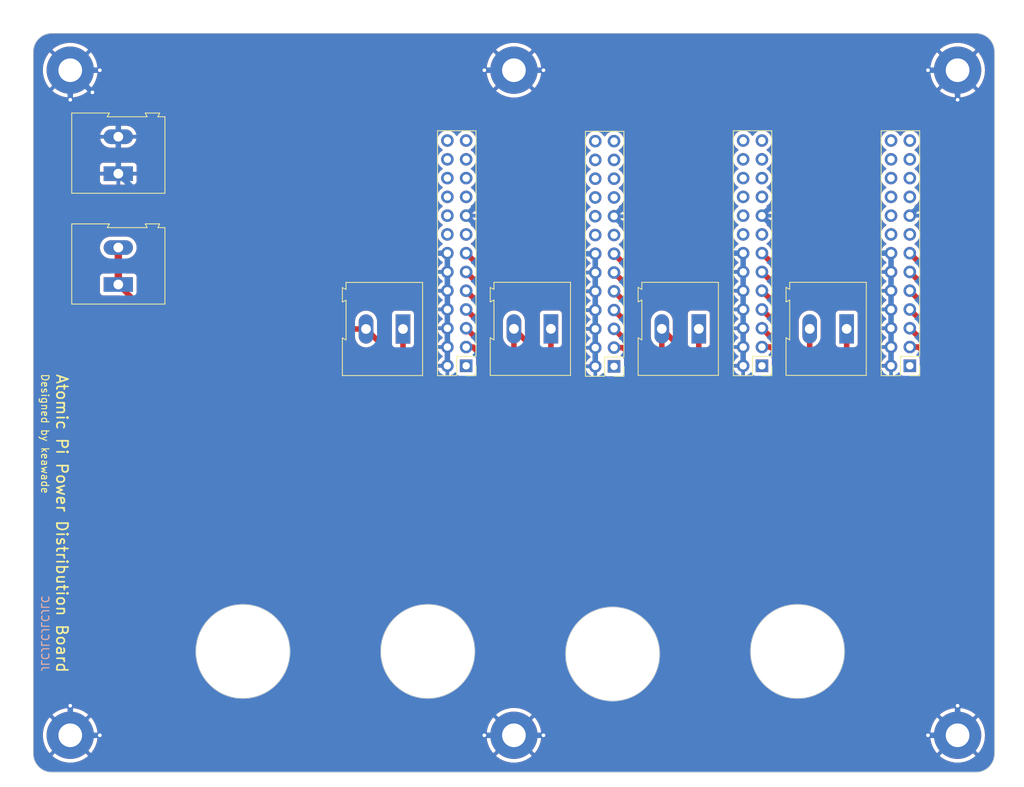
<source format=kicad_pcb>
(kicad_pcb (version 20221018) (generator pcbnew)
  (layers (0 "F.Cu" signal) (31 "B.Cu" signal) (34 "B.Paste" user) (35 "F.Paste" user) (36 "B.SilkS" user "B.Silkscreen") (37 "F.SilkS" user "F.Silkscreen") (38 "B.Mask" user) (39 "F.Mask" user) (44 "Edge.Cuts" user))
  (net 0 "")
  (net 2 "GND")
  (net 3 "Net-(J1-Pin_11)")
  (net 16 "Net-(J2-Pin_11)")
  (net 29 "Net-(J3-Pin_11)")
  (net 42 "Net-(J4-Pin_11)")
  (net 54 "+5V")
  (footprint "MountingHole:MountingHole_3.2mm_M3_Pad_TopBottom" (layer "F.Cu") (at 175 55)
    (fp_text reference "H5" hide)
    (fp_text value "MountingHole_Pad" hide)
    (pad "1" thru_hole circle (at 0 0) (size 3.6 3.6) (drill 3.2) (layers "*.Cu" "*.Mask") (net 2 "GND"))
    (pad "1" connect circle (at 0 0) (size 6.4 6.4) (layers "F.Cu" "F.Mask") (net 2 "GND"))
    (pad "1" connect circle (at 0 0) (size 6.4 6.4) (layers "B.Cu" "B.Mask") (net 2 "GND"))
  )
  (footprint "TerminalBlock:TerminalBlock_Altech_AK300-2_P5.00mm" (layer "F.Cu") (at 120 90 180)
    (fp_text reference "J7" hide)
    (fp_text value "Screw_Terminal_01x02" hide)
    (fp_line (start -2.65 -6.3) (end -2.65 6.3) (stroke (width 0.12)) (layer "F.SilkS"))
    (fp_line (start -2.65 6.3) (end 7.7 6.3) (stroke (width 0.12)) (layer "F.SilkS"))
    (fp_line (start 7.7 -1.5) (end 8.2 -1.2) (stroke (width 0.12)) (layer "F.SilkS"))
    (fp_line (start 7.7 3.9) (end 7.7 -1.5) (stroke (width 0.12)) (layer "F.SilkS"))
    (fp_line (start 7.7 5.35) (end 8.2 5.6) (stroke (width 0.12)) (layer "F.SilkS"))
    (fp_line (start 7.7 6.3) (end 7.7 5.35) (stroke (width 0.12)) (layer "F.SilkS"))
    (fp_line (start 8.2 -6.3) (end -2.65 -6.3) (stroke (width 0.12)) (layer "F.SilkS"))
    (fp_line (start 8.2 -1.2) (end 8.2 -6.3) (stroke (width 0.12)) (layer "F.SilkS"))
    (fp_line (start 8.2 3.65) (end 7.7 3.9) (stroke (width 0.12)) (layer "F.SilkS"))
    (fp_line (start 8.2 3.7) (end 8.2 3.65) (stroke (width 0.12)) (layer "F.SilkS"))
    (fp_line (start 8.2 5.6) (end 8.2 3.7) (stroke (width 0.12)) (layer "F.SilkS"))
    (pad "1" thru_hole rect (at 0 0 180) (size 1.98 3.96) (drill 1.32) (layers "*.Cu" "*.Mask") (net 29 "Net-(J3-Pin_11)"))
    (pad "2" thru_hole oval (at 5 0 180) (size 1.98 3.96) (drill 1.32) (layers "*.Cu" "*.Mask") (net 54 "+5V"))
  )
  (footprint "MountingHole:MountingHole_3.2mm_M3_Pad_TopBottom" (layer "F.Cu") (at 55 145)
    (fp_text reference "H2" hide)
    (fp_text value "MountingHole_Pad" hide)
    (pad "1" thru_hole circle (at 0 0) (size 3.6 3.6) (drill 3.2) (layers "*.Cu" "*.Mask") (net 2 "GND"))
    (pad "1" connect circle (at 0 0) (size 6.4 6.4) (layers "F.Cu" "F.Mask") (net 2 "GND"))
    (pad "1" connect circle (at 0 0) (size 6.4 6.4) (layers "B.Cu" "B.Mask") (net 2 "GND"))
  )
  (footprint "TerminalBlock:TerminalBlock_Altech_AK300-2_P5.00mm" (layer "F.Cu") (at 100 90.02 180)
    (fp_text reference "J8" hide)
    (fp_text value "Screw_Terminal_01x02" hide)
    (fp_line (start -2.65 -6.3) (end -2.65 6.3) (stroke (width 0.12)) (layer "F.SilkS"))
    (fp_line (start -2.65 6.3) (end 7.7 6.3) (stroke (width 0.12)) (layer "F.SilkS"))
    (fp_line (start 7.7 -1.5) (end 8.2 -1.2) (stroke (width 0.12)) (layer "F.SilkS"))
    (fp_line (start 7.7 3.9) (end 7.7 -1.5) (stroke (width 0.12)) (layer "F.SilkS"))
    (fp_line (start 7.7 5.35) (end 8.2 5.6) (stroke (width 0.12)) (layer "F.SilkS"))
    (fp_line (start 7.7 6.3) (end 7.7 5.35) (stroke (width 0.12)) (layer "F.SilkS"))
    (fp_line (start 8.2 -6.3) (end -2.65 -6.3) (stroke (width 0.12)) (layer "F.SilkS"))
    (fp_line (start 8.2 -1.2) (end 8.2 -6.3) (stroke (width 0.12)) (layer "F.SilkS"))
    (fp_line (start 8.2 3.65) (end 7.7 3.9) (stroke (width 0.12)) (layer "F.SilkS"))
    (fp_line (start 8.2 3.7) (end 8.2 3.65) (stroke (width 0.12)) (layer "F.SilkS"))
    (fp_line (start 8.2 5.6) (end 8.2 3.7) (stroke (width 0.12)) (layer "F.SilkS"))
    (pad "1" thru_hole rect (at 0 0 180) (size 1.98 3.96) (drill 1.32) (layers "*.Cu" "*.Mask") (net 42 "Net-(J4-Pin_11)"))
    (pad "2" thru_hole oval (at 5 0 180) (size 1.98 3.96) (drill 1.32) (layers "*.Cu" "*.Mask") (net 54 "+5V"))
  )
  (footprint "MountingHole:MountingHole_3.2mm_M3_Pad_TopBottom" (layer "F.Cu") (at 55 55)
    (fp_text reference "H1" hide)
    (fp_text value "MountingHole_Pad" hide)
    (pad "1" thru_hole circle (at 0 0) (size 3.6 3.6) (drill 3.2) (layers "*.Cu" "*.Mask") (net 2 "GND"))
    (pad "1" connect circle (at 0 0) (size 6.4 6.4) (layers "F.Cu" "F.Mask") (net 2 "GND"))
    (pad "1" connect circle (at 0 0) (size 6.4 6.4) (layers "B.Cu" "B.Mask") (net 2 "GND"))
  )
  (footprint "Connector_PinHeader_2.54mm:PinHeader_2x13_P2.54mm_Vertical" (layer "F.Cu") (at 108.54 95 180)
    (fp_text reference "J4" hide)
    (fp_text value "Conn_02x13_Odd_Even" hide)
    (fp_line (start -1.33 -1.33) (end 0 -1.33) (stroke (width 0.12)) (layer "F.SilkS"))
    (fp_line (start -1.33 0) (end -1.33 -1.33) (stroke (width 0.12)) (layer "F.SilkS"))
    (fp_line (start -1.33 1.27) (end -1.33 31.81) (stroke (width 0.12)) (layer "F.SilkS"))
    (fp_line (start -1.33 1.27) (end 1.27 1.27) (stroke (width 0.12)) (layer "F.SilkS"))
    (fp_line (start -1.33 31.81) (end 3.87 31.81) (stroke (width 0.12)) (layer "F.SilkS"))
    (fp_line (start 1.27 -1.33) (end 3.87 -1.33) (stroke (width 0.12)) (layer "F.SilkS"))
    (fp_line (start 1.27 1.27) (end 1.27 -1.33) (stroke (width 0.12)) (layer "F.SilkS"))
    (fp_line (start 3.87 -1.33) (end 3.87 31.81) (stroke (width 0.12)) (layer "F.SilkS"))
    (pad "1" thru_hole rect (at 0 0 180) (size 1.7 1.7) (drill 1) (layers "*.Cu" "*.Mask"))
    (pad "2" thru_hole oval (at 2.54 0 180) (size 1.7 1.7) (drill 1) (layers "*.Cu" "*.Mask") (net 2 "GND"))
    (pad "3" thru_hole oval (at 0 2.54 180) (size 1.7 1.7) (drill 1) (layers "*.Cu" "*.Mask") (net 42 "Net-(J4-Pin_11)"))
    (pad "4" thru_hole oval (at 2.54 2.54 180) (size 1.7 1.7) (drill 1) (layers "*.Cu" "*.Mask") (net 2 "GND"))
    (pad "5" thru_hole oval (at 0 5.08 180) (size 1.7 1.7) (drill 1) (layers "*.Cu" "*.Mask") (net 42 "Net-(J4-Pin_11)"))
    (pad "6" thru_hole oval (at 2.54 5.08 180) (size 1.7 1.7) (drill 1) (layers "*.Cu" "*.Mask") (net 2 "GND"))
    (pad "7" thru_hole oval (at 0 7.62 180) (size 1.7 1.7) (drill 1) (layers "*.Cu" "*.Mask") (net 42 "Net-(J4-Pin_11)"))
    (pad "8" thru_hole oval (at 2.54 7.62 180) (size 1.7 1.7) (drill 1) (layers "*.Cu" "*.Mask") (net 2 "GND"))
    (pad "9" thru_hole oval (at 0 10.16 180) (size 1.7 1.7) (drill 1) (layers "*.Cu" "*.Mask") (net 42 "Net-(J4-Pin_11)"))
    (pad "10" thru_hole oval (at 2.54 10.16 180) (size 1.7 1.7) (drill 1) (layers "*.Cu" "*.Mask") (net 2 "GND"))
    (pad "11" thru_hole oval (at 0 12.7 180) (size 1.7 1.7) (drill 1) (layers "*.Cu" "*.Mask") (net 42 "Net-(J4-Pin_11)"))
    (pad "12" thru_hole oval (at 2.54 12.7 180) (size 1.7 1.7) (drill 1) (layers "*.Cu" "*.Mask") (net 2 "GND"))
    (pad "13" thru_hole oval (at 0 15.24 180) (size 1.7 1.7) (drill 1) (layers "*.Cu" "*.Mask") (net 42 "Net-(J4-Pin_11)"))
    (pad "14" thru_hole oval (at 2.54 15.24 180) (size 1.7 1.7) (drill 1) (layers "*.Cu" "*.Mask") (net 2 "GND"))
    (pad "15" thru_hole oval (at 0 17.78 180) (size 1.7 1.7) (drill 1) (layers "*.Cu" "*.Mask"))
    (pad "16" thru_hole oval (at 2.54 17.78 180) (size 1.7 1.7) (drill 1) (layers "*.Cu" "*.Mask"))
    (pad "17" thru_hole oval (at 0 20.32 180) (size 1.7 1.7) (drill 1) (layers "*.Cu" "*.Mask") (net 2 "GND"))
    (pad "18" thru_hole oval (at 2.54 20.32 180) (size 1.7 1.7) (drill 1) (layers "*.Cu" "*.Mask"))
    (pad "19" thru_hole oval (at 0 22.86 180) (size 1.7 1.7) (drill 1) (layers "*.Cu" "*.Mask"))
    (pad "20" thru_hole oval (at 2.54 22.86 180) (size 1.7 1.7) (drill 1) (layers "*.Cu" "*.Mask"))
    (pad "21" thru_hole oval (at 0 25.4 180) (size 1.7 1.7) (drill 1) (layers "*.Cu" "*.Mask"))
    (pad "22" thru_hole oval (at 2.54 25.4 180) (size 1.7 1.7) (drill 1) (layers "*.Cu" "*.Mask"))
    (pad "23" thru_hole oval (at 0 27.94 180) (size 1.7 1.7) (drill 1) (layers "*.Cu" "*.Mask"))
    (pad "24" thru_hole oval (at 2.54 27.94 180) (size 1.7 1.7) (drill 1) (layers "*.Cu" "*.Mask"))
    (pad "25" thru_hole oval (at 0 30.48 180) (size 1.7 1.7) (drill 1) (layers "*.Cu" "*.Mask"))
    (pad "26" thru_hole oval (at 2.54 30.48 180) (size 1.7 1.7) (drill 1) (layers "*.Cu" "*.Mask"))
  )
  (footprint "Connector_PinHeader_2.54mm:PinHeader_2x13_P2.54mm_Vertical" (layer "F.Cu") (at 148.54 95 180)
    (fp_text reference "J2" hide)
    (fp_text value "Conn_02x13_Odd_Even" hide)
    (fp_line (start -1.33 -1.33) (end 0 -1.33) (stroke (width 0.12)) (layer "F.SilkS"))
    (fp_line (start -1.33 0) (end -1.33 -1.33) (stroke (width 0.12)) (layer "F.SilkS"))
    (fp_line (start -1.33 1.27) (end -1.33 31.81) (stroke (width 0.12)) (layer "F.SilkS"))
    (fp_line (start -1.33 1.27) (end 1.27 1.27) (stroke (width 0.12)) (layer "F.SilkS"))
    (fp_line (start -1.33 31.81) (end 3.87 31.81) (stroke (width 0.12)) (layer "F.SilkS"))
    (fp_line (start 1.27 -1.33) (end 3.87 -1.33) (stroke (width 0.12)) (layer "F.SilkS"))
    (fp_line (start 1.27 1.27) (end 1.27 -1.33) (stroke (width 0.12)) (layer "F.SilkS"))
    (fp_line (start 3.87 -1.33) (end 3.87 31.81) (stroke (width 0.12)) (layer "F.SilkS"))
    (pad "1" thru_hole rect (at 0 0 180) (size 1.7 1.7) (drill 1) (layers "*.Cu" "*.Mask"))
    (pad "2" thru_hole oval (at 2.54 0 180) (size 1.7 1.7) (drill 1) (layers "*.Cu" "*.Mask") (net 2 "GND"))
    (pad "3" thru_hole oval (at 0 2.54 180) (size 1.7 1.7) (drill 1) (layers "*.Cu" "*.Mask") (net 16 "Net-(J2-Pin_11)"))
    (pad "4" thru_hole oval (at 2.54 2.54 180) (size 1.7 1.7) (drill 1) (layers "*.Cu" "*.Mask") (net 2 "GND"))
    (pad "5" thru_hole oval (at 0 5.08 180) (size 1.7 1.7) (drill 1) (layers "*.Cu" "*.Mask") (net 16 "Net-(J2-Pin_11)"))
    (pad "6" thru_hole oval (at 2.54 5.08 180) (size 1.7 1.7) (drill 1) (layers "*.Cu" "*.Mask") (net 2 "GND"))
    (pad "7" thru_hole oval (at 0 7.62 180) (size 1.7 1.7) (drill 1) (layers "*.Cu" "*.Mask") (net 16 "Net-(J2-Pin_11)"))
    (pad "8" thru_hole oval (at 2.54 7.62 180) (size 1.7 1.7) (drill 1) (layers "*.Cu" "*.Mask") (net 2 "GND"))
    (pad "9" thru_hole oval (at 0 10.16 180) (size 1.7 1.7) (drill 1) (layers "*.Cu" "*.Mask") (net 16 "Net-(J2-Pin_11)"))
    (pad "10" thru_hole oval (at 2.54 10.16 180) (size 1.7 1.7) (drill 1) (layers "*.Cu" "*.Mask") (net 2 "GND"))
    (pad "11" thru_hole oval (at 0 12.7 180) (size 1.7 1.7) (drill 1) (layers "*.Cu" "*.Mask") (net 16 "Net-(J2-Pin_11)"))
    (pad "12" thru_hole oval (at 2.54 12.7 180) (size 1.7 1.7) (drill 1) (layers "*.Cu" "*.Mask") (net 2 "GND"))
    (pad "13" thru_hole oval (at 0 15.24 180) (size 1.7 1.7) (drill 1) (layers "*.Cu" "*.Mask") (net 16 "Net-(J2-Pin_11)"))
    (pad "14" thru_hole oval (at 2.54 15.24 180) (size 1.7 1.7) (drill 1) (layers "*.Cu" "*.Mask") (net 2 "GND"))
    (pad "15" thru_hole oval (at 0 17.78 180) (size 1.7 1.7) (drill 1) (layers "*.Cu" "*.Mask"))
    (pad "16" thru_hole oval (at 2.54 17.78 180) (size 1.7 1.7) (drill 1) (layers "*.Cu" "*.Mask"))
    (pad "17" thru_hole oval (at 0 20.32 180) (size 1.7 1.7) (drill 1) (layers "*.Cu" "*.Mask") (net 2 "GND"))
    (pad "18" thru_hole oval (at 2.54 20.32 180) (size 1.7 1.7) (drill 1) (layers "*.Cu" "*.Mask"))
    (pad "19" thru_hole oval (at 0 22.86 180) (size 1.7 1.7) (drill 1) (layers "*.Cu" "*.Mask"))
    (pad "20" thru_hole oval (at 2.54 22.86 180) (size 1.7 1.7) (drill 1) (layers "*.Cu" "*.Mask"))
    (pad "21" thru_hole oval (at 0 25.4 180) (size 1.7 1.7) (drill 1) (layers "*.Cu" "*.Mask"))
    (pad "22" thru_hole oval (at 2.54 25.4 180) (size 1.7 1.7) (drill 1) (layers "*.Cu" "*.Mask"))
    (pad "23" thru_hole oval (at 0 27.94 180) (size 1.7 1.7) (drill 1) (layers "*.Cu" "*.Mask"))
    (pad "24" thru_hole oval (at 2.54 27.94 180) (size 1.7 1.7) (drill 1) (layers "*.Cu" "*.Mask"))
    (pad "25" thru_hole oval (at 0 30.48 180) (size 1.7 1.7) (drill 1) (layers "*.Cu" "*.Mask"))
    (pad "26" thru_hole oval (at 2.54 30.48 180) (size 1.7 1.7) (drill 1) (layers "*.Cu" "*.Mask"))
  )
  (footprint "TerminalBlock:TerminalBlock_Altech_AK300-2_P5.00mm" (layer "F.Cu") (at 61.5 69 90)
    (fp_text reference "J10" hide)
    (fp_text value "Screw_Terminal_01x02" hide)
    (fp_line (start -2.65 -6.3) (end -2.65 6.3) (stroke (width 0.12)) (layer "F.SilkS"))
    (fp_line (start -2.65 6.3) (end 7.7 6.3) (stroke (width 0.12)) (layer "F.SilkS"))
    (fp_line (start 7.7 -1.5) (end 8.2 -1.2) (stroke (width 0.12)) (layer "F.SilkS"))
    (fp_line (start 7.7 3.9) (end 7.7 -1.5) (stroke (width 0.12)) (layer "F.SilkS"))
    (fp_line (start 7.7 5.35) (end 8.2 5.6) (stroke (width 0.12)) (layer "F.SilkS"))
    (fp_line (start 7.7 6.3) (end 7.7 5.35) (stroke (width 0.12)) (layer "F.SilkS"))
    (fp_line (start 8.2 -6.3) (end -2.65 -6.3) (stroke (width 0.12)) (layer "F.SilkS"))
    (fp_line (start 8.2 -1.2) (end 8.2 -6.3) (stroke (width 0.12)) (layer "F.SilkS"))
    (fp_line (start 8.2 3.65) (end 7.7 3.9) (stroke (width 0.12)) (layer "F.SilkS"))
    (fp_line (start 8.2 3.7) (end 8.2 3.65) (stroke (width 0.12)) (layer "F.SilkS"))
    (fp_line (start 8.2 5.6) (end 8.2 3.7) (stroke (width 0.12)) (layer "F.SilkS"))
    (pad "1" thru_hole rect (at 0 0 90) (size 1.98 3.96) (drill 1.32) (layers "*.Cu" "*.Mask") (net 2 "GND"))
    (pad "2" thru_hole oval (at 5 0 90) (size 1.98 3.96) (drill 1.32) (layers "*.Cu" "*.Mask") (net 2 "GND"))
  )
  (footprint "Connector_PinHeader_2.54mm:PinHeader_2x13_P2.54mm_Vertical" (layer "F.Cu") (at 168.54 95 180)
    (fp_text reference "J1" hide)
    (fp_text value "Conn_02x13_Odd_Even" hide)
    (fp_line (start -1.33 -1.33) (end 0 -1.33) (stroke (width 0.12)) (layer "F.SilkS"))
    (fp_line (start -1.33 0) (end -1.33 -1.33) (stroke (width 0.12)) (layer "F.SilkS"))
    (fp_line (start -1.33 1.27) (end -1.33 31.81) (stroke (width 0.12)) (layer "F.SilkS"))
    (fp_line (start -1.33 1.27) (end 1.27 1.27) (stroke (width 0.12)) (layer "F.SilkS"))
    (fp_line (start -1.33 31.81) (end 3.87 31.81) (stroke (width 0.12)) (layer "F.SilkS"))
    (fp_line (start 1.27 -1.33) (end 3.87 -1.33) (stroke (width 0.12)) (layer "F.SilkS"))
    (fp_line (start 1.27 1.27) (end 1.27 -1.33) (stroke (width 0.12)) (layer "F.SilkS"))
    (fp_line (start 3.87 -1.33) (end 3.87 31.81) (stroke (width 0.12)) (layer "F.SilkS"))
    (pad "1" thru_hole rect (at 0 0 180) (size 1.7 1.7) (drill 1) (layers "*.Cu" "*.Mask"))
    (pad "2" thru_hole oval (at 2.54 0 180) (size 1.7 1.7) (drill 1) (layers "*.Cu" "*.Mask") (net 2 "GND"))
    (pad "3" thru_hole oval (at 0 2.54 180) (size 1.7 1.7) (drill 1) (layers "*.Cu" "*.Mask") (net 3 "Net-(J1-Pin_11)"))
    (pad "4" thru_hole oval (at 2.54 2.54 180) (size 1.7 1.7) (drill 1) (layers "*.Cu" "*.Mask") (net 2 "GND"))
    (pad "5" thru_hole oval (at 0 5.08 180) (size 1.7 1.7) (drill 1) (layers "*.Cu" "*.Mask") (net 3 "Net-(J1-Pin_11)"))
    (pad "6" thru_hole oval (at 2.54 5.08 180) (size 1.7 1.7) (drill 1) (layers "*.Cu" "*.Mask") (net 2 "GND"))
    (pad "7" thru_hole oval (at 0 7.62 180) (size 1.7 1.7) (drill 1) (layers "*.Cu" "*.Mask") (net 3 "Net-(J1-Pin_11)"))
    (pad "8" thru_hole oval (at 2.54 7.62 180) (size 1.7 1.7) (drill 1) (layers "*.Cu" "*.Mask") (net 2 "GND"))
    (pad "9" thru_hole oval (at 0 10.16 180) (size 1.7 1.7) (drill 1) (layers "*.Cu" "*.Mask") (net 3 "Net-(J1-Pin_11)"))
    (pad "10" thru_hole oval (at 2.54 10.16 180) (size 1.7 1.7) (drill 1) (layers "*.Cu" "*.Mask") (net 2 "GND"))
    (pad "11" thru_hole oval (at 0 12.7 180) (size 1.7 1.7) (drill 1) (layers "*.Cu" "*.Mask") (net 3 "Net-(J1-Pin_11)"))
    (pad "12" thru_hole oval (at 2.54 12.7 180) (size 1.7 1.7) (drill 1) (layers "*.Cu" "*.Mask") (net 2 "GND"))
    (pad "13" thru_hole oval (at 0 15.24 180) (size 1.7 1.7) (drill 1) (layers "*.Cu" "*.Mask") (net 3 "Net-(J1-Pin_11)"))
    (pad "14" thru_hole oval (at 2.54 15.24 180) (size 1.7 1.7) (drill 1) (layers "*.Cu" "*.Mask") (net 2 "GND"))
    (pad "15" thru_hole oval (at 0 17.78 180) (size 1.7 1.7) (drill 1) (layers "*.Cu" "*.Mask"))
    (pad "16" thru_hole oval (at 2.54 17.78 180) (size 1.7 1.7) (drill 1) (layers "*.Cu" "*.Mask"))
    (pad "17" thru_hole oval (at 0 20.32 180) (size 1.7 1.7) (drill 1) (layers "*.Cu" "*.Mask") (net 2 "GND"))
    (pad "18" thru_hole oval (at 2.54 20.32 180) (size 1.7 1.7) (drill 1) (layers "*.Cu" "*.Mask"))
    (pad "19" thru_hole oval (at 0 22.86 180) (size 1.7 1.7) (drill 1) (layers "*.Cu" "*.Mask"))
    (pad "20" thru_hole oval (at 2.54 22.86 180) (size 1.7 1.7) (drill 1) (layers "*.Cu" "*.Mask"))
    (pad "21" thru_hole oval (at 0 25.4 180) (size 1.7 1.7) (drill 1) (layers "*.Cu" "*.Mask"))
    (pad "22" thru_hole oval (at 2.54 25.4 180) (size 1.7 1.7) (drill 1) (layers "*.Cu" "*.Mask"))
    (pad "23" thru_hole oval (at 0 27.94 180) (size 1.7 1.7) (drill 1) (layers "*.Cu" "*.Mask"))
    (pad "24" thru_hole oval (at 2.54 27.94 180) (size 1.7 1.7) (drill 1) (layers "*.Cu" "*.Mask"))
    (pad "25" thru_hole oval (at 0 30.48 180) (size 1.7 1.7) (drill 1) (layers "*.Cu" "*.Mask"))
    (pad "26" thru_hole oval (at 2.54 30.48 180) (size 1.7 1.7) (drill 1) (layers "*.Cu" "*.Mask"))
  )
  (footprint "TerminalBlock:TerminalBlock_Altech_AK300-2_P5.00mm" (layer "F.Cu") (at 140 90 180)
    (fp_text reference "J6" hide)
    (fp_text value "Screw_Terminal_01x02" hide)
    (fp_line (start -2.65 -6.3) (end -2.65 6.3) (stroke (width 0.12)) (layer "F.SilkS"))
    (fp_line (start -2.65 6.3) (end 7.7 6.3) (stroke (width 0.12)) (layer "F.SilkS"))
    (fp_line (start 7.7 -1.5) (end 8.2 -1.2) (stroke (width 0.12)) (layer "F.SilkS"))
    (fp_line (start 7.7 3.9) (end 7.7 -1.5) (stroke (width 0.12)) (layer "F.SilkS"))
    (fp_line (start 7.7 5.35) (end 8.2 5.6) (stroke (width 0.12)) (layer "F.SilkS"))
    (fp_line (start 7.7 6.3) (end 7.7 5.35) (stroke (width 0.12)) (layer "F.SilkS"))
    (fp_line (start 8.2 -6.3) (end -2.65 -6.3) (stroke (width 0.12)) (layer "F.SilkS"))
    (fp_line (start 8.2 -1.2) (end 8.2 -6.3) (stroke (width 0.12)) (layer "F.SilkS"))
    (fp_line (start 8.2 3.65) (end 7.7 3.9) (stroke (width 0.12)) (layer "F.SilkS"))
    (fp_line (start 8.2 3.7) (end 8.2 3.65) (stroke (width 0.12)) (layer "F.SilkS"))
    (fp_line (start 8.2 5.6) (end 8.2 3.7) (stroke (width 0.12)) (layer "F.SilkS"))
    (pad "1" thru_hole rect (at 0 0 180) (size 1.98 3.96) (drill 1.32) (layers "*.Cu" "*.Mask") (net 16 "Net-(J2-Pin_11)"))
    (pad "2" thru_hole oval (at 5 0 180) (size 1.98 3.96) (drill 1.32) (layers "*.Cu" "*.Mask") (net 54 "+5V"))
  )
  (footprint "TerminalBlock:TerminalBlock_Altech_AK300-2_P5.00mm" (layer "F.Cu") (at 61.5 84 90)
    (fp_text reference "J9" hide)
    (fp_text value "Screw_Terminal_01x02" hide)
    (fp_line (start -2.65 -6.3) (end -2.65 6.3) (stroke (width 0.12)) (layer "F.SilkS"))
    (fp_line (start -2.65 6.3) (end 7.7 6.3) (stroke (width 0.12)) (layer "F.SilkS"))
    (fp_line (start 7.7 -1.5) (end 8.2 -1.2) (stroke (width 0.12)) (layer "F.SilkS"))
    (fp_line (start 7.7 3.9) (end 7.7 -1.5) (stroke (width 0.12)) (layer "F.SilkS"))
    (fp_line (start 7.7 5.35) (end 8.2 5.6) (stroke (width 0.12)) (layer "F.SilkS"))
    (fp_line (start 7.7 6.3) (end 7.7 5.35) (stroke (width 0.12)) (layer "F.SilkS"))
    (fp_line (start 8.2 -6.3) (end -2.65 -6.3) (stroke (width 0.12)) (layer "F.SilkS"))
    (fp_line (start 8.2 -1.2) (end 8.2 -6.3) (stroke (width 0.12)) (layer "F.SilkS"))
    (fp_line (start 8.2 3.65) (end 7.7 3.9) (stroke (width 0.12)) (layer "F.SilkS"))
    (fp_line (start 8.2 3.7) (end 8.2 3.65) (stroke (width 0.12)) (layer "F.SilkS"))
    (fp_line (start 8.2 5.6) (end 8.2 3.7) (stroke (width 0.12)) (layer "F.SilkS"))
    (pad "1" thru_hole rect (at 0 0 90) (size 1.98 3.96) (drill 1.32) (layers "*.Cu" "*.Mask") (net 54 "+5V"))
    (pad "2" thru_hole oval (at 5 0 90) (size 1.98 3.96) (drill 1.32) (layers "*.Cu" "*.Mask") (net 54 "+5V"))
  )
  (footprint "Connector_PinHeader_2.54mm:PinHeader_2x13_P2.54mm_Vertical" (layer "F.Cu") (at 128.54 95.08 180)
    (fp_text reference "J3" hide)
    (fp_text value "Conn_02x13_Odd_Even" hide)
    (fp_line (start -1.33 -1.33) (end 0 -1.33) (stroke (width 0.12)) (layer "F.SilkS"))
    (fp_line (start -1.33 0) (end -1.33 -1.33) (stroke (width 0.12)) (layer "F.SilkS"))
    (fp_line (start -1.33 1.27) (end -1.33 31.81) (stroke (width 0.12)) (layer "F.SilkS"))
    (fp_line (start -1.33 1.27) (end 1.27 1.27) (stroke (width 0.12)) (layer "F.SilkS"))
    (fp_line (start -1.33 31.81) (end 3.87 31.81) (stroke (width 0.12)) (layer "F.SilkS"))
    (fp_line (start 1.27 -1.33) (end 3.87 -1.33) (stroke (width 0.12)) (layer "F.SilkS"))
    (fp_line (start 1.27 1.27) (end 1.27 -1.33) (stroke (width 0.12)) (layer "F.SilkS"))
    (fp_line (start 3.87 -1.33) (end 3.87 31.81) (stroke (width 0.12)) (layer "F.SilkS"))
    (pad "1" thru_hole rect (at 0 0 180) (size 1.7 1.7) (drill 1) (layers "*.Cu" "*.Mask"))
    (pad "2" thru_hole oval (at 2.54 0 180) (size 1.7 1.7) (drill 1) (layers "*.Cu" "*.Mask") (net 2 "GND"))
    (pad "3" thru_hole oval (at 0 2.54 180) (size 1.7 1.7) (drill 1) (layers "*.Cu" "*.Mask") (net 29 "Net-(J3-Pin_11)"))
    (pad "4" thru_hole oval (at 2.54 2.54 180) (size 1.7 1.7) (drill 1) (layers "*.Cu" "*.Mask") (net 2 "GND"))
    (pad "5" thru_hole oval (at 0 5.08 180) (size 1.7 1.7) (drill 1) (layers "*.Cu" "*.Mask") (net 29 "Net-(J3-Pin_11)"))
    (pad "6" thru_hole oval (at 2.54 5.08 180) (size 1.7 1.7) (drill 1) (layers "*.Cu" "*.Mask") (net 2 "GND"))
    (pad "7" thru_hole oval (at 0 7.62 180) (size 1.7 1.7) (drill 1) (layers "*.Cu" "*.Mask") (net 29 "Net-(J3-Pin_11)"))
    (pad "8" thru_hole oval (at 2.54 7.62 180) (size 1.7 1.7) (drill 1) (layers "*.Cu" "*.Mask") (net 2 "GND"))
    (pad "9" thru_hole oval (at 0 10.16 180) (size 1.7 1.7) (drill 1) (layers "*.Cu" "*.Mask") (net 29 "Net-(J3-Pin_11)"))
    (pad "10" thru_hole oval (at 2.54 10.16 180) (size 1.7 1.7) (drill 1) (layers "*.Cu" "*.Mask") (net 2 "GND"))
    (pad "11" thru_hole oval (at 0 12.7 180) (size 1.7 1.7) (drill 1) (layers "*.Cu" "*.Mask") (net 29 "Net-(J3-Pin_11)"))
    (pad "12" thru_hole oval (at 2.54 12.7 180) (size 1.7 1.7) (drill 1) (layers "*.Cu" "*.Mask") (net 2 "GND"))
    (pad "13" thru_hole oval (at 0 15.24 180) (size 1.7 1.7) (drill 1) (layers "*.Cu" "*.Mask") (net 29 "Net-(J3-Pin_11)"))
    (pad "14" thru_hole oval (at 2.54 15.24 180) (size 1.7 1.7) (drill 1) (layers "*.Cu" "*.Mask") (net 2 "GND"))
    (pad "15" thru_hole oval (at 0 17.78 180) (size 1.7 1.7) (drill 1) (layers "*.Cu" "*.Mask"))
    (pad "16" thru_hole oval (at 2.54 17.78 180) (size 1.7 1.7) (drill 1) (layers "*.Cu" "*.Mask"))
    (pad "17" thru_hole oval (at 0 20.32 180) (size 1.7 1.7) (drill 1) (layers "*.Cu" "*.Mask") (net 2 "GND"))
    (pad "18" thru_hole oval (at 2.54 20.32 180) (size 1.7 1.7) (drill 1) (layers "*.Cu" "*.Mask"))
    (pad "19" thru_hole oval (at 0 22.86 180) (size 1.7 1.7) (drill 1) (layers "*.Cu" "*.Mask"))
    (pad "20" thru_hole oval (at 2.54 22.86 180) (size 1.7 1.7) (drill 1) (layers "*.Cu" "*.Mask"))
    (pad "21" thru_hole oval (at 0 25.4 180) (size 1.7 1.7) (drill 1) (layers "*.Cu" "*.Mask"))
    (pad "22" thru_hole oval (at 2.54 25.4 180) (size 1.7 1.7) (drill 1) (layers "*.Cu" "*.Mask"))
    (pad "23" thru_hole oval (at 0 27.94 180) (size 1.7 1.7) (drill 1) (layers "*.Cu" "*.Mask"))
    (pad "24" thru_hole oval (at 2.54 27.94 180) (size 1.7 1.7) (drill 1) (layers "*.Cu" "*.Mask"))
    (pad "25" thru_hole oval (at 0 30.48 180) (size 1.7 1.7) (drill 1) (layers "*.Cu" "*.Mask"))
    (pad "26" thru_hole oval (at 2.54 30.48 180) (size 1.7 1.7) (drill 1) (layers "*.Cu" "*.Mask"))
  )
  (footprint "MountingHole:MountingHole_3.2mm_M3_Pad_TopBottom" (layer "F.Cu") (at 175 145)
    (fp_text reference "H6" hide)
    (fp_text value "MountingHole_Pad" hide)
    (pad "1" thru_hole circle (at 0 0) (size 3.6 3.6) (drill 3.2) (layers "*.Cu" "*.Mask") (net 2 "GND"))
    (pad "1" connect circle (at 0 0) (size 6.4 6.4) (layers "F.Cu" "F.Mask") (net 2 "GND"))
    (pad "1" connect circle (at 0 0) (size 6.4 6.4) (layers "B.Cu" "B.Mask") (net 2 "GND"))
  )
  (footprint "MountingHole:MountingHole_3.2mm_M3_Pad_TopBottom" (layer "F.Cu") (at 115 145)
    (fp_text reference "H4" hide)
    (fp_text value "MountingHole_Pad" hide)
    (pad "1" thru_hole circle (at 0 0) (size 3.6 3.6) (drill 3.2) (layers "*.Cu" "*.Mask") (net 2 "GND"))
    (pad "1" connect circle (at 0 0) (size 6.4 6.4) (layers "F.Cu" "F.Mask") (net 2 "GND"))
    (pad "1" connect circle (at 0 0) (size 6.4 6.4) (layers "B.Cu" "B.Mask") (net 2 "GND"))
  )
  (footprint "TerminalBlock:TerminalBlock_Altech_AK300-2_P5.00mm" (layer "F.Cu") (at 160 90 180)
    (fp_text reference "J5" hide)
    (fp_text value "Screw_Terminal_01x02" hide)
    (fp_line (start -2.65 -6.3) (end -2.65 6.3) (stroke (width 0.12)) (layer "F.SilkS"))
    (fp_line (start -2.65 6.3) (end 7.7 6.3) (stroke (width 0.12)) (layer "F.SilkS"))
    (fp_line (start 7.7 -1.5) (end 8.2 -1.2) (stroke (width 0.12)) (layer "F.SilkS"))
    (fp_line (start 7.7 3.9) (end 7.7 -1.5) (stroke (width 0.12)) (layer "F.SilkS"))
    (fp_line (start 7.7 5.35) (end 8.2 5.6) (stroke (width 0.12)) (layer "F.SilkS"))
    (fp_line (start 7.7 6.3) (end 7.7 5.35) (stroke (width 0.12)) (layer "F.SilkS"))
    (fp_line (start 8.2 -6.3) (end -2.65 -6.3) (stroke (width 0.12)) (layer "F.SilkS"))
    (fp_line (start 8.2 -1.2) (end 8.2 -6.3) (stroke (width 0.12)) (layer "F.SilkS"))
    (fp_line (start 8.2 3.65) (end 7.7 3.9) (stroke (width 0.12)) (layer "F.SilkS"))
    (fp_line (start 8.2 3.7) (end 8.2 3.65) (stroke (width 0.12)) (layer "F.SilkS"))
    (fp_line (start 8.2 5.6) (end 8.2 3.7) (stroke (width 0.12)) (layer "F.SilkS"))
    (pad "1" thru_hole rect (at 0 0 180) (size 1.98 3.96) (drill 1.32) (layers "*.Cu" "*.Mask") (net 3 "Net-(J1-Pin_11)"))
    (pad "2" thru_hole oval (at 5 0 180) (size 1.98 3.96) (drill 1.32) (layers "*.Cu" "*.Mask") (net 54 "+5V"))
  )
  (footprint "MountingHole:MountingHole_3.2mm_M3_Pad_TopBottom" (layer "F.Cu") (at 115 55)
    (fp_text reference "H3" hide)
    (fp_text value "MountingHole_Pad" hide)
    (pad "1" thru_hole circle (at 0 0) (size 3.6 3.6) (drill 3.2) (layers "*.Cu" "*.Mask") (net 2 "GND"))
    (pad "1" connect circle (at 0 0) (size 6.4 6.4) (layers "F.Cu" "F.Mask") (net 2 "GND"))
    (pad "1" connect circle (at 0 0) (size 6.4 6.4) (layers "B.Cu" "B.Mask") (net 2 "GND"))
  )
  (gr_arc (start 180 147.5) (mid 179.267767 149.267767) (end 177.5 150) (stroke (width 0.1)) (layer "Edge.Cuts"))
  (gr_line (start 177.5 50) (end 52.5 50) (stroke (width 0.1)) (layer "Edge.Cuts"))
  (gr_circle (center 153.35 133.65) (end 159.7 133.65) (stroke (width 0.1)) (fill none) (layer "Edge.Cuts"))
  (gr_line (start 180 147.5) (end 180 52.5) (stroke (width 0.1)) (layer "Edge.Cuts"))
  (gr_arc (start 52.5 150) (mid 50.732233 149.267767) (end 50 147.5) (stroke (width 0.1)) (layer "Edge.Cuts"))
  (gr_circle (center 103.35 133.65) (end 109.7 133.65) (stroke (width 0.1)) (fill none) (layer "Edge.Cuts"))
  (gr_arc (start 177.5 50) (mid 179.267767 50.732233) (end 180 52.5) (stroke (width 0.1)) (layer "Edge.Cuts"))
  (gr_line (start 50 52.5) (end 50 147.5) (stroke (width 0.1)) (layer "Edge.Cuts"))
  (gr_arc (start 50 52.5) (mid 50.732233 50.732233) (end 52.5 50) (stroke (width 0.1)) (layer "Edge.Cuts"))
  (gr_circle (center 128.35 134) (end 134.7 134) (stroke (width 0.1)) (fill none) (layer "Edge.Cuts"))
  (gr_line (start 52.5 150) (end 177.5 150) (stroke (width 0.1)) (layer "Edge.Cuts"))
  (gr_circle (center 78.35 133.65) (end 84.7 133.65) (stroke (width 0.1)) (fill none) (layer "Edge.Cuts"))
  (gr_text "JLCJLCJLCJLC" (at 51 126 270) (layer "B.SilkS") (effects (font (size 1 1)) (justify right bottom mirror)))
  (gr_text "Designed by keawade " (at 51 96 270) (layer "F.SilkS") (effects (font (size 1 1)) (justify left bottom)))
  (gr_text "Atomic Pi Power Distribution Board" (at 53 96 -90) (layer "F.SilkS") (effects (font (size 1.5 1.5) (thickness 0.225)) (justify left bottom)))
  (via (at 171 145) (size 1) (drill 0.5) (layers "F.Cu" "B.Cu") (net 2))
  (via (at 59 55) (size 1) (drill 0.5) (layers "F.Cu" "B.Cu") (net 2))
  (via (at 175 141) (size 1) (drill 0.5) (layers "F.Cu" "B.Cu") (net 2))
  (via (at 171 55) (size 1) (drill 0.5) (layers "F.Cu" "B.Cu") (net 2))
  (via (at 111 55) (size 1) (drill 0.5) (layers "F.Cu" "B.Cu") (net 2))
  (via (at 55 141) (size 1) (drill 0.5) (layers "F.Cu" "B.Cu") (net 2))
  (via (at 59 145) (size 1) (drill 0.5) (layers "F.Cu" "B.Cu") (net 2))
  (via (at 175 59) (size 1) (drill 0.5) (layers "F.Cu" "B.Cu") (net 2))
  (via (at 55 59) (size 1) (drill 0.5) (layers "F.Cu" "B.Cu") (net 2))
  (via (at 119 145) (size 1) (drill 0.5) (layers "F.Cu" "B.Cu") (net 2))
  (via (at 119 55) (size 1) (drill 0.5) (layers "F.Cu" "B.Cu") (net 2))
  (via (at 111 145) (size 1) (drill 0.5) (layers "F.Cu" "B.Cu") (net 2))
  (via (at 58 58) (size 1) (drill 0.5) (layers "F.Cu" "B.Cu") (net 2))
  (segment (start 106 79.76) (end 72.26 79.76) (width 0.75) (layer "B.Cu") (net 2))
  (segment (start 166 95) (end 166 79.76) (width 0.75) (layer "B.Cu") (net 2))
  (segment (start 111 145) (end 115 145) (width 0.75) (layer "B.Cu") (net 2))
  (segment (start 115 55) (end 119 55) (width 0.75) (layer "B.Cu") (net 2))
  (segment (start 153.62 79.76) (end 148.54 74.68) (width 0.75) (layer "B.Cu") (net 2))
  (segment (start 61.5 61.5) (end 61.5 64) (width 0.75) (layer "B.Cu") (net 2))
  (segment (start 126 79.84) (end 113.7 79.84) (width 0.75) (layer "B.Cu") (net 2))
  (segment (start 175 59) (end 175 55) (width 0.75) (layer "B.Cu") (net 2))
  (segment (start 111 55) (end 59 55) (width 0.75) (layer "B.Cu") (net 2))
  (segment (start 113.7 79.84) (end 108.54 74.68) (width 0.75) (layer "B.Cu") (net 2))
  (segment (start 119 55) (end 171 55) (width 0.75) (layer "B.Cu") (net 2))
  (segment (start 115 55) (end 111 55) (width 0.75) (layer "B.Cu") (net 2))
  (segment (start 171 145) (end 175 145) (width 0.75) (layer "B.Cu") (net 2))
  (segment (start 59 55) (end 55 55) (width 0.75) (layer "B.Cu") (net 2))
  (segment (start 146 95) (end 146 79.76) (width 0.75) (layer "B.Cu") (net 2))
  (segment (start 59 145) (end 111 145) (width 0.75) (layer "B.Cu") (net 2))
  (segment (start 61.5 64) (end 61.5 69) (width 0.75) (layer "B.Cu") (net 2))
  (segment (start 72.26 79.76) (end 61.5 69) (width 0.75) (layer "B.Cu") (net 2))
  (segment (start 55 55) (end 55 59) (width 0.75) (layer "B.Cu") (net 2))
  (segment (start 119 145) (end 171 145) (width 0.75) (layer "B.Cu") (net 2))
  (segment (start 171 55) (end 175 55) (width 0.75) (layer "B.Cu") (net 2))
  (segment (start 148.54 74.68) (end 168.22 55) (width 0.75) (layer "B.Cu") (net 2))
  (segment (start 126 95.08) (end 126 79.84) (width 0.75) (layer "B.Cu") (net 2))
  (segment (start 168.54 74.68) (end 175 68.22) (width 0.75) (layer "B.Cu") (net 2))
  (segment (start 55 55) (end 58 58) (width 0.75) (layer "B.Cu") (net 2))
  (segment (start 146 79.76) (end 133.54 79.76) (width 0.75) (layer "B.Cu") (net 2))
  (segment (start 175 145) (end 175 141) (width 0.75) (layer "B.Cu") (net 2))
  (segment (start 55 145) (end 59 145) (width 0.75) (layer "B.Cu") (net 2))
  (segment (start 55 141) (end 55 145) (width 0.75) (layer "B.Cu") (net 2))
  (segment (start 108.54 74.68) (end 128.22 55) (width 0.75) (layer "B.Cu") (net 2))
  (segment (start 106 95) (end 106 79.76) (width 0.75) (layer "B.Cu") (net 2))
  (segment (start 58 58) (end 61.5 61.5) (width 0.75) (layer "B.Cu") (net 2))
  (segment (start 55 59) (end 55 141) (width 0.75) (layer "B.Cu") (net 2))
  (segment (start 128.54 74.76) (end 148.3 55) (width 0.75) (layer "B.Cu") (net 2))
  (segment (start 133.54 79.76) (end 128.54 74.76) (width 0.75) (layer "B.Cu") (net 2))
  (segment (start 175 141) (end 175 59) (width 0.75) (layer "B.Cu") (net 2))
  (segment (start 115 145) (end 119 145) (width 0.75) (layer "B.Cu") (net 2))
  (segment (start 166 79.76) (end 153.62 79.76) (width 0.75) (layer "B.Cu") (net 2))
  (segment (start 169.742081 92.46) (end 168.54 92.46) (width 0.75) (layer "F.Cu") (net 3))
  (segment (start 163.725 96.725) (end 160 93) (width 0.75) (layer "F.Cu") (net 3))
  (segment (start 170.265 84.025) (end 170.265 84.5) (width 0.75) (layer "F.Cu") (net 3))
  (segment (start 170.265 92) (end 170.265 92.982919) (width 0.75) (layer "F.Cu") (net 3))
  (segment (start 170.265 96.725) (end 170.265 92.982919) (width 0.75) (layer "F.Cu") (net 3))
  (segment (start 168.54 89.92) (end 170.265 91.645) (width 0.75) (layer "F.Cu") (net 3))
  (segment (start 170.265 89.5) (end 170.265 92) (width 0.75) (layer "F.Cu") (net 3))
  (segment (start 168.54 84.84) (end 170.2 86.5) (width 0.75) (layer "F.Cu") (net 3))
  (segment (start 168.54 79.76) (end 170.265 81.485) (width 0.75) (layer "F.Cu") (net 3))
  (segment (start 170.265 84.5) (end 170.265 86.5) (width 0.75) (layer "F.Cu") (net 3))
  (segment (start 170.2 86.5) (end 170.265 86.5) (width 0.75) (layer "F.Cu") (net 3))
  (segment (start 170.265 86.5) (end 170.265 89.5) (width 0.75) (layer "F.Cu") (net 3))
  (segment (start 160 93) (end 160 90) (width 0.75) (layer "F.Cu") (net 3))
  (segment (start 170.265 96.725) (end 163.725 96.725) (width 0.75) (layer "F.Cu") (net 3))
  (segment (start 170.265 91.645) (end 170.265 92) (width 0.75) (layer "F.Cu") (net 3))
  (segment (start 170.265 92.982919) (end 169.742081 92.46) (width 0.75) (layer "F.Cu") (net 3))
  (segment (start 170.265 81.485) (end 170.265 84.5) (width 0.75) (layer "F.Cu") (net 3))
  (segment (start 168.54 82.3) (end 170.265 84.025) (width 0.75) (layer "F.Cu") (net 3))
  (segment (start 168.54 87.38) (end 170.265 89.105) (width 0.75) (layer "F.Cu") (net 3))
  (segment (start 170.265 89.105) (end 170.265 89.5) (width 0.75) (layer "F.Cu") (net 3))
  (segment (start 150.265 92) (end 150.265 92.982919) (width 0.75) (layer "F.Cu") (net 16))
  (segment (start 150.265 92.982919) (end 150.265 96.725) (width 0.75) (layer "F.Cu") (net 16))
  (segment (start 148.54 84.84) (end 150.2 86.5) (width 0.75) (layer "F.Cu") (net 16))
  (segment (start 149.742081 92.46) (end 150.265 92.982919) (width 0.75) (layer "F.Cu") (net 16))
  (segment (start 150.265 84) (end 150.265 86.5) (width 0.75) (layer "F.Cu") (net 16))
  (segment (start 143.725 96.725) (end 140 93) (width 0.75) (layer "F.Cu") (net 16))
  (segment (start 150.265 81.485) (end 150.265 84) (width 0.75) (layer "F.Cu") (net 16))
  (segment (start 148.54 82.3) (end 150.24 84) (width 0.75) (layer "F.Cu") (net 16))
  (segment (start 150.265 91.645) (end 150.265 92) (width 0.75) (layer "F.Cu") (net 16))
  (segment (start 148.54 92.46) (end 149.742081 92.46) (width 0.75) (layer "F.Cu") (net 16))
  (segment (start 148.54 89.92) (end 150.265 91.645) (width 0.75) (layer "F.Cu") (net 16))
  (segment (start 148.54 79.76) (end 150.265 81.485) (width 0.75) (layer "F.Cu") (net 16))
  (segment (start 150.265 89.105) (end 150.265 89.5) (width 0.75) (layer "F.Cu") (net 16))
  (segment (start 150.24 84) (end 150.265 84) (width 0.75) (layer "F.Cu") (net 16))
  (segment (start 148.54 87.38) (end 150.265 89.105) (width 0.75) (layer "F.Cu") (net 16))
  (segment (start 150.265 89.5) (end 150.265 92) (width 0.75) (layer "F.Cu") (net 16))
  (segment (start 140 93) (end 140 90) (width 0.75) (layer "F.Cu") (net 16))
  (segment (start 150.265 86.5) (end 150.265 89.5) (width 0.75) (layer "F.Cu") (net 16))
  (segment (start 150.2 86.5) (end 150.265 86.5) (width 0.75) (layer "F.Cu") (net 16))
  (segment (start 150.265 96.725) (end 143.725 96.725) (width 0.75) (layer "F.Cu") (net 16))
  (segment (start 130.265 87) (end 130.265 89.5) (width 0.75) (layer "F.Cu") (net 29))
  (segment (start 128.54 84.92) (end 130.265 86.645) (width 0.75) (layer "F.Cu") (net 29))
  (segment (start 128.54 79.84) (end 130.265 81.565) (width 0.75) (layer "F.Cu") (net 29))
  (segment (start 128.54 87.46) (end 130.265 89.185) (width 0.75) (layer "F.Cu") (net 29))
  (segment (start 128.54 82.38) (end 130.265 84.105) (width 0.75) (layer "F.Cu") (net 29))
  (segment (start 130.265 89.5) (end 130.265 92) (width 0.75) (layer "F.Cu") (net 29))
  (segment (start 124.075 96.805) (end 120 92.73) (width 0.75) (layer "F.Cu") (net 29))
  (segment (start 130.265 93.062919) (end 130.265 96.805) (width 0.75) (layer "F.Cu") (net 29))
  (segment (start 130.265 84.105) (end 130.265 84.5) (width 0.75) (layer "F.Cu") (net 29))
  (segment (start 128.54 92.54) (end 129.742081 92.54) (width 0.75) (layer "F.Cu") (net 29))
  (segment (start 130.265 81.565) (end 130.265 84.5) (width 0.75) (layer "F.Cu") (net 29))
  (segment (start 130.265 89.185) (end 130.265 89.5) (width 0.75) (layer "F.Cu") (net 29))
  (segment (start 130.265 96.805) (end 124.075 96.805) (width 0.75) (layer "F.Cu") (net 29))
  (segment (start 120 92.73) (end 120 90) (width 0.75) (layer "F.Cu") (net 29))
  (segment (start 129.742081 92.54) (end 130.265 93.062919) (width 0.75) (layer "F.Cu") (net 29))
  (segment (start 128.54 90) (end 130.265 91.725) (width 0.75) (layer "F.Cu") (net 29))
  (segment (start 130.265 91.725) (end 130.265 92) (width 0.75) (layer "F.Cu") (net 29))
  (segment (start 130.265 92) (end 130.265 93.062919) (width 0.75) (layer "F.Cu") (net 29))
  (segment (start 130.265 84.5) (end 130.265 87) (width 0.75) (layer "F.Cu") (net 29))
  (segment (start 130.265 86.645) (end 130.265 87) (width 0.75) (layer "F.Cu") (net 29))
  (segment (start 110.265 91.645) (end 110.265 92) (width 0.75) (layer "F.Cu") (net 42))
  (segment (start 108.54 92.46) (end 109.45 92.46) (width 0.75) (layer "F.Cu") (net 42))
  (segment (start 110.265 86.565) (end 110.265 87) (width 0.75) (layer "F.Cu") (net 42))
  (segment (start 110.265 89.5) (end 110.265 92) (width 0.75) (layer "F.Cu") (net 42))
  (segment (start 109.45 92.46) (end 110.265 93.275) (width 0.75) (layer "F.Cu") (net 42))
  (segment (start 108.54 82.3) (end 110.265 84.025) (width 0.75) (layer "F.Cu") (net 42))
  (segment (start 108.54 84.84) (end 110.265 86.565) (width 0.75) (layer "F.Cu") (net 42))
  (segment (start 108.54 79.76) (end 110.265 81.485) (width 0.75) (layer "F.Cu") (net 42))
  (segment (start 100 90.02) (end 100 92.75) (width 0.75) (layer "F.Cu") (net 42))
  (segment (start 110.265 89.105) (end 110.265 89.5) (width 0.75) (layer "F.Cu") (net 42))
  (segment (start 108.54 87.38) (end 110.265 89.105) (width 0.75) (layer "F.Cu") (net 42))
  (segment (start 110.265 93.275) (end 110.265 96.725) (width 0.75) (layer "F.Cu") (net 42))
  (segment (start 110.265 81.485) (end 110.265 84.5) (width 0.75) (layer "F.Cu") (net 42))
  (segment (start 100 92.75) (end 103.975 96.725) (width 0.75) (layer "F.Cu") (net 42))
  (segment (start 108.54 89.92) (end 110.265 91.645) (width 0.75) (layer "F.Cu") (net 42))
  (segment (start 103.975 96.725) (end 110.265 96.725) (width 0.75) (layer "F.Cu") (net 42))
  (segment (start 110.265 92) (end 110.265 93.275) (width 0.75) (layer "F.Cu") (net 42))
  (segment (start 110.265 87) (end 110.265 89.5) (width 0.75) (layer "F.Cu") (net 42))
  (segment (start 110.265 84.025) (end 110.265 84.5) (width 0.75) (layer "F.Cu") (net 42))
  (segment (start 110.265 84.5) (end 110.265 87) (width 0.75) (layer "F.Cu") (net 42))
  (segment (start 110.782767 97.975) (end 102.955 97.975) (width 0.75) (layer "F.Cu") (net 54))
  (segment (start 67.52 90.02) (end 61.5 84) (width 0.75) (layer "F.Cu") (net 54))
  (segment (start 115 90) (end 123.055 98.055) (width 0.75) (layer "F.Cu") (net 54))
  (segment (start 155 93.757767) (end 155 90) (width 0.75) (layer "F.Cu") (net 54))
  (segment (start 135 90) (end 142.975 97.975) (width 0.75) (layer "F.Cu") (net 54))
  (segment (start 115 93.757767) (end 110.782767 97.975) (width 0.75) (layer "F.Cu") (net 54))
  (segment (start 115 90) (end 115 93.757767) (width 0.75) (layer "F.Cu") (net 54))
  (segment (start 61.5 84) (end 61.5 79) (width 1) (layer "F.Cu") (net 54))
  (segment (start 123.055 98.055) (end 130.945 98.055) (width 0.75) (layer "F.Cu") (net 54))
  (segment (start 95 90.02) (end 67.52 90.02) (width 0.75) (layer "F.Cu") (net 54))
  (segment (start 130.945 98.055) (end 135 94) (width 0.75) (layer "F.Cu") (net 54))
  (segment (start 102.955 97.975) (end 95 90.02) (width 0.75) (layer "F.Cu") (net 54))
  (segment (start 135 94) (end 135 90) (width 0.75) (layer "F.Cu") (net 54))
  (segment (start 142.975 97.975) (end 150.782767 97.975) (width 0.75) (layer "F.Cu") (net 54))
  (segment (start 150.782767 97.975) (end 155 93.757767) (width 0.75) (layer "F.Cu") (net 54))
  (zone (net 2) (net_name "GND") (layers "F&B.Cu") (connect_pads (clearance 0.5)) (min_thickness 0.25) (fill yes (thermal_gap 0.5) (thermal_bridge_width 0.5))
    (polygon (pts (xy 46.5 47) (xy 184 45.5) (xy 183.5 152) (xy 45.5 152)))
  )
)
</source>
